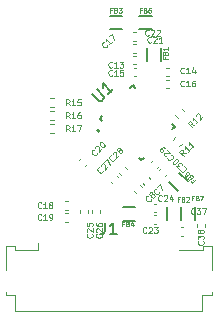
<source format=gbr>
%TF.GenerationSoftware,KiCad,Pcbnew,(6.0.5)*%
%TF.CreationDate,2023-11-29T10:11:24+07:00*%
%TF.ProjectId,lidar,6c696461-722e-46b6-9963-61645f706362,rev?*%
%TF.SameCoordinates,Original*%
%TF.FileFunction,Legend,Top*%
%TF.FilePolarity,Positive*%
%FSLAX46Y46*%
G04 Gerber Fmt 4.6, Leading zero omitted, Abs format (unit mm)*
G04 Created by KiCad (PCBNEW (6.0.5)) date 2023-11-29 10:11:24*
%MOMM*%
%LPD*%
G01*
G04 APERTURE LIST*
%ADD10C,0.125000*%
%ADD11C,0.098425*%
%ADD12C,0.150000*%
%ADD13C,0.120000*%
%ADD14C,0.127000*%
%ADD15C,0.200000*%
G04 APERTURE END LIST*
D10*
%TO.C,C21*%
X139178571Y-76178571D02*
X139154761Y-76202380D01*
X139083333Y-76226190D01*
X139035714Y-76226190D01*
X138964285Y-76202380D01*
X138916666Y-76154761D01*
X138892857Y-76107142D01*
X138869047Y-76011904D01*
X138869047Y-75940476D01*
X138892857Y-75845238D01*
X138916666Y-75797619D01*
X138964285Y-75750000D01*
X139035714Y-75726190D01*
X139083333Y-75726190D01*
X139154761Y-75750000D01*
X139178571Y-75773809D01*
X139369047Y-75773809D02*
X139392857Y-75750000D01*
X139440476Y-75726190D01*
X139559523Y-75726190D01*
X139607142Y-75750000D01*
X139630952Y-75773809D01*
X139654761Y-75821428D01*
X139654761Y-75869047D01*
X139630952Y-75940476D01*
X139345238Y-76226190D01*
X139654761Y-76226190D01*
X140130952Y-76226190D02*
X139845238Y-76226190D01*
X139988095Y-76226190D02*
X139988095Y-75726190D01*
X139940476Y-75797619D01*
X139892857Y-75845238D01*
X139845238Y-75869047D01*
%TO.C,C27*%
X135098983Y-87053553D02*
X135098983Y-87087225D01*
X135065311Y-87154568D01*
X135031640Y-87188240D01*
X134964296Y-87221912D01*
X134896953Y-87221912D01*
X134846445Y-87205076D01*
X134762266Y-87154568D01*
X134711758Y-87104061D01*
X134661250Y-87019881D01*
X134644415Y-86969374D01*
X134644415Y-86902030D01*
X134678086Y-86834687D01*
X134711758Y-86801015D01*
X134779102Y-86767343D01*
X134812773Y-86767343D01*
X134947460Y-86632656D02*
X134947460Y-86598984D01*
X134964296Y-86548477D01*
X135048476Y-86464297D01*
X135098983Y-86447461D01*
X135132655Y-86447461D01*
X135183163Y-86464297D01*
X135216834Y-86497969D01*
X135250506Y-86565312D01*
X135250506Y-86969374D01*
X135469373Y-86750507D01*
X135233670Y-86279103D02*
X135469373Y-86043400D01*
X135671403Y-86548477D01*
%TO.C,C19*%
X129878571Y-91178571D02*
X129854761Y-91202380D01*
X129783333Y-91226190D01*
X129735714Y-91226190D01*
X129664285Y-91202380D01*
X129616666Y-91154761D01*
X129592857Y-91107142D01*
X129569047Y-91011904D01*
X129569047Y-90940476D01*
X129592857Y-90845238D01*
X129616666Y-90797619D01*
X129664285Y-90750000D01*
X129735714Y-90726190D01*
X129783333Y-90726190D01*
X129854761Y-90750000D01*
X129878571Y-90773809D01*
X130354761Y-91226190D02*
X130069047Y-91226190D01*
X130211904Y-91226190D02*
X130211904Y-90726190D01*
X130164285Y-90797619D01*
X130116666Y-90845238D01*
X130069047Y-90869047D01*
X130592857Y-91226190D02*
X130688095Y-91226190D01*
X130735714Y-91202380D01*
X130759523Y-91178571D01*
X130807142Y-91107142D01*
X130830952Y-91011904D01*
X130830952Y-90821428D01*
X130807142Y-90773809D01*
X130783333Y-90750000D01*
X130735714Y-90726190D01*
X130640476Y-90726190D01*
X130592857Y-90750000D01*
X130569047Y-90773809D01*
X130545238Y-90821428D01*
X130545238Y-90940476D01*
X130569047Y-90988095D01*
X130592857Y-91011904D01*
X130640476Y-91035714D01*
X130735714Y-91035714D01*
X130783333Y-91011904D01*
X130807142Y-90988095D01*
X130830952Y-90940476D01*
%TO.C,C14*%
X141978571Y-78778571D02*
X141954761Y-78802380D01*
X141883333Y-78826190D01*
X141835714Y-78826190D01*
X141764285Y-78802380D01*
X141716666Y-78754761D01*
X141692857Y-78707142D01*
X141669047Y-78611904D01*
X141669047Y-78540476D01*
X141692857Y-78445238D01*
X141716666Y-78397619D01*
X141764285Y-78350000D01*
X141835714Y-78326190D01*
X141883333Y-78326190D01*
X141954761Y-78350000D01*
X141978571Y-78373809D01*
X142454761Y-78826190D02*
X142169047Y-78826190D01*
X142311904Y-78826190D02*
X142311904Y-78326190D01*
X142264285Y-78397619D01*
X142216666Y-78445238D01*
X142169047Y-78469047D01*
X142883333Y-78492857D02*
X142883333Y-78826190D01*
X142764285Y-78302380D02*
X142645238Y-78659523D01*
X142954761Y-78659523D01*
%TO.C,C25*%
X134178571Y-92421428D02*
X134202380Y-92445238D01*
X134226190Y-92516666D01*
X134226190Y-92564285D01*
X134202380Y-92635714D01*
X134154761Y-92683333D01*
X134107142Y-92707142D01*
X134011904Y-92730952D01*
X133940476Y-92730952D01*
X133845238Y-92707142D01*
X133797619Y-92683333D01*
X133750000Y-92635714D01*
X133726190Y-92564285D01*
X133726190Y-92516666D01*
X133750000Y-92445238D01*
X133773809Y-92421428D01*
X133773809Y-92230952D02*
X133750000Y-92207142D01*
X133726190Y-92159523D01*
X133726190Y-92040476D01*
X133750000Y-91992857D01*
X133773809Y-91969047D01*
X133821428Y-91945238D01*
X133869047Y-91945238D01*
X133940476Y-91969047D01*
X134226190Y-92254761D01*
X134226190Y-91945238D01*
X133726190Y-91492857D02*
X133726190Y-91730952D01*
X133964285Y-91754761D01*
X133940476Y-91730952D01*
X133916666Y-91683333D01*
X133916666Y-91564285D01*
X133940476Y-91516666D01*
X133964285Y-91492857D01*
X134011904Y-91469047D01*
X134130952Y-91469047D01*
X134178571Y-91492857D01*
X134202380Y-91516666D01*
X134226190Y-91564285D01*
X134226190Y-91683333D01*
X134202380Y-91730952D01*
X134178571Y-91754761D01*
%TO.C,C7*%
X139867343Y-88885194D02*
X139867343Y-88918866D01*
X139833671Y-88986209D01*
X139800000Y-89019881D01*
X139732656Y-89053553D01*
X139665312Y-89053553D01*
X139614805Y-89036717D01*
X139530625Y-88986209D01*
X139480118Y-88935702D01*
X139429610Y-88851522D01*
X139412774Y-88801015D01*
X139412774Y-88733671D01*
X139446446Y-88666328D01*
X139480118Y-88632656D01*
X139547461Y-88598984D01*
X139581133Y-88598984D01*
X139665312Y-88447461D02*
X139901015Y-88211759D01*
X140103045Y-88716835D01*
%TO.C,C23*%
X138778571Y-92278571D02*
X138754761Y-92302380D01*
X138683333Y-92326190D01*
X138635714Y-92326190D01*
X138564285Y-92302380D01*
X138516666Y-92254761D01*
X138492857Y-92207142D01*
X138469047Y-92111904D01*
X138469047Y-92040476D01*
X138492857Y-91945238D01*
X138516666Y-91897619D01*
X138564285Y-91850000D01*
X138635714Y-91826190D01*
X138683333Y-91826190D01*
X138754761Y-91850000D01*
X138778571Y-91873809D01*
X138969047Y-91873809D02*
X138992857Y-91850000D01*
X139040476Y-91826190D01*
X139159523Y-91826190D01*
X139207142Y-91850000D01*
X139230952Y-91873809D01*
X139254761Y-91921428D01*
X139254761Y-91969047D01*
X139230952Y-92040476D01*
X138945238Y-92326190D01*
X139254761Y-92326190D01*
X139421428Y-91826190D02*
X139730952Y-91826190D01*
X139564285Y-92016666D01*
X139635714Y-92016666D01*
X139683333Y-92040476D01*
X139707142Y-92064285D01*
X139730952Y-92111904D01*
X139730952Y-92230952D01*
X139707142Y-92278571D01*
X139683333Y-92302380D01*
X139635714Y-92326190D01*
X139492857Y-92326190D01*
X139445238Y-92302380D01*
X139421428Y-92278571D01*
%TO.C,C28*%
X136098983Y-86053553D02*
X136098983Y-86087225D01*
X136065311Y-86154568D01*
X136031640Y-86188240D01*
X135964296Y-86221912D01*
X135896953Y-86221912D01*
X135846445Y-86205076D01*
X135762266Y-86154568D01*
X135711758Y-86104061D01*
X135661250Y-86019881D01*
X135644415Y-85969374D01*
X135644415Y-85902030D01*
X135678086Y-85834687D01*
X135711758Y-85801015D01*
X135779102Y-85767343D01*
X135812773Y-85767343D01*
X135947460Y-85632656D02*
X135947460Y-85598984D01*
X135964296Y-85548477D01*
X136048476Y-85464297D01*
X136098983Y-85447461D01*
X136132655Y-85447461D01*
X136183163Y-85464297D01*
X136216834Y-85497969D01*
X136250506Y-85565312D01*
X136250506Y-85969374D01*
X136469373Y-85750507D01*
X136469373Y-85346446D02*
X136418865Y-85363282D01*
X136385193Y-85363282D01*
X136334686Y-85346446D01*
X136317850Y-85329610D01*
X136301014Y-85279103D01*
X136301014Y-85245431D01*
X136317850Y-85194923D01*
X136385193Y-85127580D01*
X136435701Y-85110744D01*
X136469373Y-85110744D01*
X136519880Y-85127580D01*
X136536716Y-85144416D01*
X136553552Y-85194923D01*
X136553552Y-85228595D01*
X136536716Y-85279103D01*
X136469373Y-85346446D01*
X136452537Y-85396954D01*
X136452537Y-85430625D01*
X136469373Y-85481133D01*
X136536716Y-85548477D01*
X136587224Y-85565312D01*
X136620895Y-85565312D01*
X136671403Y-85548477D01*
X136738747Y-85481133D01*
X136755582Y-85430625D01*
X136755582Y-85396954D01*
X136738747Y-85346446D01*
X136671403Y-85279103D01*
X136620895Y-85262267D01*
X136587224Y-85262267D01*
X136536716Y-85279103D01*
%TO.C,R12*%
X142832656Y-83187225D02*
X142546446Y-83136717D01*
X142630625Y-83389255D02*
X142277072Y-83035702D01*
X142411759Y-82901015D01*
X142462267Y-82884179D01*
X142495938Y-82884179D01*
X142546446Y-82901015D01*
X142596954Y-82951522D01*
X142613790Y-83002030D01*
X142613790Y-83035702D01*
X142596954Y-83086209D01*
X142462267Y-83220896D01*
X143169374Y-82850507D02*
X142967343Y-83052538D01*
X143068358Y-82951522D02*
X142714805Y-82597969D01*
X142731641Y-82682148D01*
X142731641Y-82749492D01*
X142714805Y-82800000D01*
X142984179Y-82395938D02*
X142984179Y-82362267D01*
X143001015Y-82311759D01*
X143085194Y-82227580D01*
X143135702Y-82210744D01*
X143169374Y-82210744D01*
X143219881Y-82227580D01*
X143253553Y-82261251D01*
X143287225Y-82328595D01*
X143287225Y-82732656D01*
X143506091Y-82513790D01*
%TO.C,C30*%
X141953553Y-86701014D02*
X141987225Y-86701014D01*
X142054568Y-86734686D01*
X142088240Y-86768357D01*
X142121912Y-86835701D01*
X142121912Y-86903044D01*
X142105076Y-86953552D01*
X142054568Y-87037731D01*
X142004061Y-87088239D01*
X141919881Y-87138747D01*
X141869374Y-87155582D01*
X141802030Y-87155582D01*
X141734687Y-87121911D01*
X141701015Y-87088239D01*
X141667343Y-87020895D01*
X141667343Y-86987224D01*
X141515820Y-86903044D02*
X141296954Y-86684178D01*
X141549492Y-86667342D01*
X141498984Y-86616834D01*
X141482148Y-86566327D01*
X141482148Y-86532655D01*
X141498984Y-86482147D01*
X141583164Y-86397968D01*
X141633671Y-86381132D01*
X141667343Y-86381132D01*
X141717851Y-86397968D01*
X141818866Y-86498983D01*
X141835702Y-86549491D01*
X141835702Y-86583163D01*
X141078087Y-86465311D02*
X141044416Y-86431640D01*
X141027580Y-86381132D01*
X141027580Y-86347460D01*
X141044416Y-86296953D01*
X141094923Y-86212773D01*
X141179103Y-86128594D01*
X141263282Y-86078086D01*
X141313790Y-86061250D01*
X141347461Y-86061250D01*
X141397969Y-86078086D01*
X141431641Y-86111758D01*
X141448477Y-86162266D01*
X141448477Y-86195937D01*
X141431641Y-86246445D01*
X141381133Y-86330624D01*
X141296954Y-86414804D01*
X141212774Y-86465311D01*
X141162267Y-86482147D01*
X141128595Y-86482147D01*
X141078087Y-86465311D01*
%TO.C,C17*%
X135464670Y-76456496D02*
X135464670Y-76490168D01*
X135430998Y-76557511D01*
X135397327Y-76591183D01*
X135329983Y-76624855D01*
X135262640Y-76624855D01*
X135212132Y-76608019D01*
X135127953Y-76557511D01*
X135077445Y-76507004D01*
X135026937Y-76422824D01*
X135010102Y-76372317D01*
X135010102Y-76304973D01*
X135043773Y-76237630D01*
X135077445Y-76203958D01*
X135144789Y-76170286D01*
X135178460Y-76170286D01*
X135835060Y-76153450D02*
X135633029Y-76355481D01*
X135734044Y-76254465D02*
X135380491Y-75900912D01*
X135397327Y-75985091D01*
X135397327Y-76052435D01*
X135380491Y-76102943D01*
X135599357Y-75682046D02*
X135835060Y-75446343D01*
X136037090Y-75951420D01*
%TO.C,R11*%
X142132655Y-85587225D02*
X141846445Y-85536717D01*
X141930624Y-85789255D02*
X141577071Y-85435702D01*
X141711758Y-85301015D01*
X141762266Y-85284179D01*
X141795937Y-85284179D01*
X141846445Y-85301015D01*
X141896953Y-85351522D01*
X141913789Y-85402030D01*
X141913789Y-85435702D01*
X141896953Y-85486209D01*
X141762266Y-85620896D01*
X142469373Y-85250507D02*
X142267342Y-85452538D01*
X142368357Y-85351522D02*
X142014804Y-84997969D01*
X142031640Y-85082148D01*
X142031640Y-85149492D01*
X142014804Y-85200000D01*
X142806090Y-84913790D02*
X142604060Y-85115820D01*
X142705075Y-85014805D02*
X142351521Y-84661251D01*
X142368357Y-84745431D01*
X142368357Y-84812774D01*
X142351521Y-84863282D01*
%TO.C,C8*%
X139167343Y-89485194D02*
X139167343Y-89518866D01*
X139133671Y-89586209D01*
X139100000Y-89619881D01*
X139032656Y-89653553D01*
X138965312Y-89653553D01*
X138914805Y-89636717D01*
X138830625Y-89586209D01*
X138780118Y-89535702D01*
X138729610Y-89451522D01*
X138712774Y-89401015D01*
X138712774Y-89333671D01*
X138746446Y-89266328D01*
X138780118Y-89232656D01*
X138847461Y-89198984D01*
X138881133Y-89198984D01*
X139201015Y-89114805D02*
X139150507Y-89131641D01*
X139116835Y-89131641D01*
X139066328Y-89114805D01*
X139049492Y-89097969D01*
X139032656Y-89047461D01*
X139032656Y-89013790D01*
X139049492Y-88963282D01*
X139116835Y-88895938D01*
X139167343Y-88879103D01*
X139201015Y-88879103D01*
X139251522Y-88895938D01*
X139268358Y-88912774D01*
X139285194Y-88963282D01*
X139285194Y-88996954D01*
X139268358Y-89047461D01*
X139201015Y-89114805D01*
X139184179Y-89165312D01*
X139184179Y-89198984D01*
X139201015Y-89249492D01*
X139268358Y-89316835D01*
X139318866Y-89333671D01*
X139352538Y-89333671D01*
X139403045Y-89316835D01*
X139470389Y-89249492D01*
X139487225Y-89198984D01*
X139487225Y-89165312D01*
X139470389Y-89114805D01*
X139403045Y-89047461D01*
X139352538Y-89030625D01*
X139318866Y-89030625D01*
X139268358Y-89047461D01*
%TO.C,C18*%
X129878571Y-90178571D02*
X129854761Y-90202380D01*
X129783333Y-90226190D01*
X129735714Y-90226190D01*
X129664285Y-90202380D01*
X129616666Y-90154761D01*
X129592857Y-90107142D01*
X129569047Y-90011904D01*
X129569047Y-89940476D01*
X129592857Y-89845238D01*
X129616666Y-89797619D01*
X129664285Y-89750000D01*
X129735714Y-89726190D01*
X129783333Y-89726190D01*
X129854761Y-89750000D01*
X129878571Y-89773809D01*
X130354761Y-90226190D02*
X130069047Y-90226190D01*
X130211904Y-90226190D02*
X130211904Y-89726190D01*
X130164285Y-89797619D01*
X130116666Y-89845238D01*
X130069047Y-89869047D01*
X130640476Y-89940476D02*
X130592857Y-89916666D01*
X130569047Y-89892857D01*
X130545238Y-89845238D01*
X130545238Y-89821428D01*
X130569047Y-89773809D01*
X130592857Y-89750000D01*
X130640476Y-89726190D01*
X130735714Y-89726190D01*
X130783333Y-89750000D01*
X130807142Y-89773809D01*
X130830952Y-89821428D01*
X130830952Y-89845238D01*
X130807142Y-89892857D01*
X130783333Y-89916666D01*
X130735714Y-89940476D01*
X130640476Y-89940476D01*
X130592857Y-89964285D01*
X130569047Y-89988095D01*
X130545238Y-90035714D01*
X130545238Y-90130952D01*
X130569047Y-90178571D01*
X130592857Y-90202380D01*
X130640476Y-90226190D01*
X130735714Y-90226190D01*
X130783333Y-90202380D01*
X130807142Y-90178571D01*
X130830952Y-90130952D01*
X130830952Y-90035714D01*
X130807142Y-89988095D01*
X130783333Y-89964285D01*
X130735714Y-89940476D01*
%TO.C,C15*%
X135878571Y-78978571D02*
X135854761Y-79002380D01*
X135783333Y-79026190D01*
X135735714Y-79026190D01*
X135664285Y-79002380D01*
X135616666Y-78954761D01*
X135592857Y-78907142D01*
X135569047Y-78811904D01*
X135569047Y-78740476D01*
X135592857Y-78645238D01*
X135616666Y-78597619D01*
X135664285Y-78550000D01*
X135735714Y-78526190D01*
X135783333Y-78526190D01*
X135854761Y-78550000D01*
X135878571Y-78573809D01*
X136354761Y-79026190D02*
X136069047Y-79026190D01*
X136211904Y-79026190D02*
X136211904Y-78526190D01*
X136164285Y-78597619D01*
X136116666Y-78645238D01*
X136069047Y-78669047D01*
X136807142Y-78526190D02*
X136569047Y-78526190D01*
X136545238Y-78764285D01*
X136569047Y-78740476D01*
X136616666Y-78716666D01*
X136735714Y-78716666D01*
X136783333Y-78740476D01*
X136807142Y-78764285D01*
X136830952Y-78811904D01*
X136830952Y-78930952D01*
X136807142Y-78978571D01*
X136783333Y-79002380D01*
X136735714Y-79026190D01*
X136616666Y-79026190D01*
X136569047Y-79002380D01*
X136545238Y-78978571D01*
D11*
%TO.C,FB7*%
X142771915Y-89371878D02*
X142640682Y-89371878D01*
X142640682Y-89578102D02*
X142640682Y-89184401D01*
X142828158Y-89184401D01*
X143109373Y-89371878D02*
X143165616Y-89390626D01*
X143184364Y-89409373D01*
X143203112Y-89446869D01*
X143203112Y-89503112D01*
X143184364Y-89540607D01*
X143165616Y-89559355D01*
X143128121Y-89578102D01*
X142978140Y-89578102D01*
X142978140Y-89184401D01*
X143109373Y-89184401D01*
X143146869Y-89203149D01*
X143165616Y-89221897D01*
X143184364Y-89259392D01*
X143184364Y-89296887D01*
X143165616Y-89334383D01*
X143146869Y-89353130D01*
X143109373Y-89371878D01*
X142978140Y-89371878D01*
X143334345Y-89184401D02*
X143596813Y-89184401D01*
X143428084Y-89578102D01*
%TO.C,FB5*%
X142712105Y-87851875D02*
X142804901Y-87944671D01*
X142950724Y-87798849D02*
X142672335Y-88077237D01*
X142539769Y-87944671D01*
X142473486Y-87613256D02*
X142446973Y-87560230D01*
X142446973Y-87533716D01*
X142460230Y-87493947D01*
X142500000Y-87454177D01*
X142539769Y-87440920D01*
X142566283Y-87440920D01*
X142606052Y-87454177D01*
X142712105Y-87560230D01*
X142433716Y-87838618D01*
X142340920Y-87745822D01*
X142327664Y-87706052D01*
X142327664Y-87679539D01*
X142340920Y-87639769D01*
X142367433Y-87613256D01*
X142407203Y-87599999D01*
X142433716Y-87599999D01*
X142473486Y-87613256D01*
X142566283Y-87706052D01*
X142022762Y-87427664D02*
X142155328Y-87560230D01*
X142301150Y-87440920D01*
X142274637Y-87440920D01*
X142234867Y-87427664D01*
X142168584Y-87361381D01*
X142155328Y-87321611D01*
X142155328Y-87295098D01*
X142168584Y-87255328D01*
X142234867Y-87189045D01*
X142274637Y-87175788D01*
X142301150Y-87175788D01*
X142340920Y-87189045D01*
X142407203Y-87255328D01*
X142420460Y-87295098D01*
X142420460Y-87321611D01*
D10*
%TO.C,R17*%
X132278571Y-83726190D02*
X132111904Y-83488095D01*
X131992857Y-83726190D02*
X131992857Y-83226190D01*
X132183333Y-83226190D01*
X132230952Y-83250000D01*
X132254761Y-83273809D01*
X132278571Y-83321428D01*
X132278571Y-83392857D01*
X132254761Y-83440476D01*
X132230952Y-83464285D01*
X132183333Y-83488095D01*
X131992857Y-83488095D01*
X132754761Y-83726190D02*
X132469047Y-83726190D01*
X132611904Y-83726190D02*
X132611904Y-83226190D01*
X132564285Y-83297619D01*
X132516666Y-83345238D01*
X132469047Y-83369047D01*
X132921428Y-83226190D02*
X133254761Y-83226190D01*
X133040476Y-83726190D01*
D11*
%TO.C,FB4*%
X136871915Y-91551878D02*
X136740682Y-91551878D01*
X136740682Y-91758102D02*
X136740682Y-91364401D01*
X136928158Y-91364401D01*
X137209373Y-91551878D02*
X137265616Y-91570626D01*
X137284364Y-91589373D01*
X137303112Y-91626869D01*
X137303112Y-91683112D01*
X137284364Y-91720607D01*
X137265616Y-91739355D01*
X137228121Y-91758102D01*
X137078140Y-91758102D01*
X137078140Y-91364401D01*
X137209373Y-91364401D01*
X137246869Y-91383149D01*
X137265616Y-91401897D01*
X137284364Y-91439392D01*
X137284364Y-91476887D01*
X137265616Y-91514383D01*
X137246869Y-91533130D01*
X137209373Y-91551878D01*
X137078140Y-91551878D01*
X137640570Y-91495635D02*
X137640570Y-91758102D01*
X137546831Y-91345654D02*
X137453093Y-91626869D01*
X137696813Y-91626869D01*
D10*
%TO.C,C20*%
X134598984Y-85553553D02*
X134598984Y-85587225D01*
X134565312Y-85654568D01*
X134531641Y-85688240D01*
X134464297Y-85721912D01*
X134396954Y-85721912D01*
X134346446Y-85705076D01*
X134262267Y-85654568D01*
X134211759Y-85604061D01*
X134161251Y-85519881D01*
X134144416Y-85469374D01*
X134144416Y-85402030D01*
X134178087Y-85334687D01*
X134211759Y-85301015D01*
X134279103Y-85267343D01*
X134312774Y-85267343D01*
X134447461Y-85132656D02*
X134447461Y-85098984D01*
X134464297Y-85048477D01*
X134548477Y-84964297D01*
X134598984Y-84947461D01*
X134632656Y-84947461D01*
X134683164Y-84964297D01*
X134716835Y-84997969D01*
X134750507Y-85065312D01*
X134750507Y-85469374D01*
X134969374Y-85250507D01*
X134834687Y-84678087D02*
X134868358Y-84644416D01*
X134918866Y-84627580D01*
X134952538Y-84627580D01*
X135003045Y-84644416D01*
X135087225Y-84694923D01*
X135171404Y-84779103D01*
X135221912Y-84863282D01*
X135238748Y-84913790D01*
X135238748Y-84947461D01*
X135221912Y-84997969D01*
X135188240Y-85031641D01*
X135137732Y-85048477D01*
X135104061Y-85048477D01*
X135053553Y-85031641D01*
X134969374Y-84981133D01*
X134885194Y-84896954D01*
X134834687Y-84812774D01*
X134817851Y-84762267D01*
X134817851Y-84728595D01*
X134834687Y-84678087D01*
D12*
%TO.C,U1*%
X134160746Y-80570582D02*
X134733166Y-81143002D01*
X134834181Y-81176674D01*
X134901525Y-81176674D01*
X135002540Y-81143002D01*
X135137227Y-81008315D01*
X135170899Y-80907300D01*
X135170899Y-80839956D01*
X135137227Y-80738941D01*
X134564807Y-80166521D01*
X135979021Y-80166521D02*
X135574960Y-80570582D01*
X135776990Y-80368552D02*
X135069884Y-79661445D01*
X135103555Y-79829804D01*
X135103555Y-79964491D01*
X135069884Y-80065506D01*
D10*
%TO.C,C26*%
X134978571Y-92421428D02*
X135002380Y-92445238D01*
X135026190Y-92516666D01*
X135026190Y-92564285D01*
X135002380Y-92635714D01*
X134954761Y-92683333D01*
X134907142Y-92707142D01*
X134811904Y-92730952D01*
X134740476Y-92730952D01*
X134645238Y-92707142D01*
X134597619Y-92683333D01*
X134550000Y-92635714D01*
X134526190Y-92564285D01*
X134526190Y-92516666D01*
X134550000Y-92445238D01*
X134573809Y-92421428D01*
X134573809Y-92230952D02*
X134550000Y-92207142D01*
X134526190Y-92159523D01*
X134526190Y-92040476D01*
X134550000Y-91992857D01*
X134573809Y-91969047D01*
X134621428Y-91945238D01*
X134669047Y-91945238D01*
X134740476Y-91969047D01*
X135026190Y-92254761D01*
X135026190Y-91945238D01*
X134526190Y-91516666D02*
X134526190Y-91611904D01*
X134550000Y-91659523D01*
X134573809Y-91683333D01*
X134645238Y-91730952D01*
X134740476Y-91754761D01*
X134930952Y-91754761D01*
X134978571Y-91730952D01*
X135002380Y-91707142D01*
X135026190Y-91659523D01*
X135026190Y-91564285D01*
X135002380Y-91516666D01*
X134978571Y-91492857D01*
X134930952Y-91469047D01*
X134811904Y-91469047D01*
X134764285Y-91492857D01*
X134740476Y-91516666D01*
X134716666Y-91564285D01*
X134716666Y-91659523D01*
X134740476Y-91707142D01*
X134764285Y-91730952D01*
X134811904Y-91754761D01*
%TO.C,C13*%
X135878571Y-78278571D02*
X135854761Y-78302380D01*
X135783333Y-78326190D01*
X135735714Y-78326190D01*
X135664285Y-78302380D01*
X135616666Y-78254761D01*
X135592857Y-78207142D01*
X135569047Y-78111904D01*
X135569047Y-78040476D01*
X135592857Y-77945238D01*
X135616666Y-77897619D01*
X135664285Y-77850000D01*
X135735714Y-77826190D01*
X135783333Y-77826190D01*
X135854761Y-77850000D01*
X135878571Y-77873809D01*
X136354761Y-78326190D02*
X136069047Y-78326190D01*
X136211904Y-78326190D02*
X136211904Y-77826190D01*
X136164285Y-77897619D01*
X136116666Y-77945238D01*
X136069047Y-77969047D01*
X136521428Y-77826190D02*
X136830952Y-77826190D01*
X136664285Y-78016666D01*
X136735714Y-78016666D01*
X136783333Y-78040476D01*
X136807142Y-78064285D01*
X136830952Y-78111904D01*
X136830952Y-78230952D01*
X136807142Y-78278571D01*
X136783333Y-78302380D01*
X136735714Y-78326190D01*
X136592857Y-78326190D01*
X136545238Y-78302380D01*
X136521428Y-78278571D01*
D11*
%TO.C,FB2*%
X141571915Y-89471878D02*
X141440682Y-89471878D01*
X141440682Y-89678102D02*
X141440682Y-89284401D01*
X141628158Y-89284401D01*
X141909373Y-89471878D02*
X141965616Y-89490626D01*
X141984364Y-89509373D01*
X142003112Y-89546869D01*
X142003112Y-89603112D01*
X141984364Y-89640607D01*
X141965616Y-89659355D01*
X141928121Y-89678102D01*
X141778140Y-89678102D01*
X141778140Y-89284401D01*
X141909373Y-89284401D01*
X141946869Y-89303149D01*
X141965616Y-89321897D01*
X141984364Y-89359392D01*
X141984364Y-89396887D01*
X141965616Y-89434383D01*
X141946869Y-89453130D01*
X141909373Y-89471878D01*
X141778140Y-89471878D01*
X142153093Y-89321897D02*
X142171841Y-89303149D01*
X142209336Y-89284401D01*
X142303074Y-89284401D01*
X142340570Y-89303149D01*
X142359317Y-89321897D01*
X142378065Y-89359392D01*
X142378065Y-89396887D01*
X142359317Y-89453130D01*
X142134345Y-89678102D01*
X142378065Y-89678102D01*
%TO.C,FB3*%
X135871915Y-73471878D02*
X135740682Y-73471878D01*
X135740682Y-73678102D02*
X135740682Y-73284401D01*
X135928158Y-73284401D01*
X136209373Y-73471878D02*
X136265616Y-73490626D01*
X136284364Y-73509373D01*
X136303112Y-73546869D01*
X136303112Y-73603112D01*
X136284364Y-73640607D01*
X136265616Y-73659355D01*
X136228121Y-73678102D01*
X136078140Y-73678102D01*
X136078140Y-73284401D01*
X136209373Y-73284401D01*
X136246869Y-73303149D01*
X136265616Y-73321897D01*
X136284364Y-73359392D01*
X136284364Y-73396887D01*
X136265616Y-73434383D01*
X136246869Y-73453130D01*
X136209373Y-73471878D01*
X136078140Y-73471878D01*
X136434345Y-73284401D02*
X136678065Y-73284401D01*
X136546831Y-73434383D01*
X136603074Y-73434383D01*
X136640570Y-73453130D01*
X136659317Y-73471878D01*
X136678065Y-73509373D01*
X136678065Y-73603112D01*
X136659317Y-73640607D01*
X136640570Y-73659355D01*
X136603074Y-73678102D01*
X136490588Y-73678102D01*
X136453093Y-73659355D01*
X136434345Y-73640607D01*
%TO.C,FB6*%
X138371915Y-73471878D02*
X138240682Y-73471878D01*
X138240682Y-73678102D02*
X138240682Y-73284401D01*
X138428158Y-73284401D01*
X138709373Y-73471878D02*
X138765616Y-73490626D01*
X138784364Y-73509373D01*
X138803112Y-73546869D01*
X138803112Y-73603112D01*
X138784364Y-73640607D01*
X138765616Y-73659355D01*
X138728121Y-73678102D01*
X138578140Y-73678102D01*
X138578140Y-73284401D01*
X138709373Y-73284401D01*
X138746869Y-73303149D01*
X138765616Y-73321897D01*
X138784364Y-73359392D01*
X138784364Y-73396887D01*
X138765616Y-73434383D01*
X138746869Y-73453130D01*
X138709373Y-73471878D01*
X138578140Y-73471878D01*
X139140570Y-73284401D02*
X139065579Y-73284401D01*
X139028084Y-73303149D01*
X139009336Y-73321897D01*
X138971841Y-73378140D01*
X138953093Y-73453130D01*
X138953093Y-73603112D01*
X138971841Y-73640607D01*
X138990588Y-73659355D01*
X139028084Y-73678102D01*
X139103074Y-73678102D01*
X139140570Y-73659355D01*
X139159317Y-73640607D01*
X139178065Y-73603112D01*
X139178065Y-73509373D01*
X139159317Y-73471878D01*
X139140570Y-73453130D01*
X139103074Y-73434383D01*
X139028084Y-73434383D01*
X138990588Y-73453130D01*
X138971841Y-73471878D01*
X138953093Y-73509373D01*
%TO.C,FB1*%
X140371878Y-77428084D02*
X140371878Y-77559317D01*
X140578102Y-77559317D02*
X140184401Y-77559317D01*
X140184401Y-77371841D01*
X140371878Y-77090626D02*
X140390626Y-77034383D01*
X140409373Y-77015635D01*
X140446869Y-76996887D01*
X140503112Y-76996887D01*
X140540607Y-77015635D01*
X140559355Y-77034383D01*
X140578102Y-77071878D01*
X140578102Y-77221859D01*
X140184401Y-77221859D01*
X140184401Y-77090626D01*
X140203149Y-77053130D01*
X140221897Y-77034383D01*
X140259392Y-77015635D01*
X140296887Y-77015635D01*
X140334383Y-77034383D01*
X140353130Y-77053130D01*
X140371878Y-77090626D01*
X140371878Y-77221859D01*
X140578102Y-76621934D02*
X140578102Y-76846906D01*
X140578102Y-76734420D02*
X140184401Y-76734420D01*
X140240644Y-76771915D01*
X140278140Y-76809411D01*
X140296887Y-76846906D01*
D10*
%TO.C,C37*%
X142878571Y-90678571D02*
X142854761Y-90702380D01*
X142783333Y-90726190D01*
X142735714Y-90726190D01*
X142664285Y-90702380D01*
X142616666Y-90654761D01*
X142592857Y-90607142D01*
X142569047Y-90511904D01*
X142569047Y-90440476D01*
X142592857Y-90345238D01*
X142616666Y-90297619D01*
X142664285Y-90250000D01*
X142735714Y-90226190D01*
X142783333Y-90226190D01*
X142854761Y-90250000D01*
X142878571Y-90273809D01*
X143045238Y-90226190D02*
X143354761Y-90226190D01*
X143188095Y-90416666D01*
X143259523Y-90416666D01*
X143307142Y-90440476D01*
X143330952Y-90464285D01*
X143354761Y-90511904D01*
X143354761Y-90630952D01*
X143330952Y-90678571D01*
X143307142Y-90702380D01*
X143259523Y-90726190D01*
X143116666Y-90726190D01*
X143069047Y-90702380D01*
X143045238Y-90678571D01*
X143521428Y-90226190D02*
X143854761Y-90226190D01*
X143640476Y-90726190D01*
%TO.C,R15*%
X132278571Y-81526190D02*
X132111904Y-81288095D01*
X131992857Y-81526190D02*
X131992857Y-81026190D01*
X132183333Y-81026190D01*
X132230952Y-81050000D01*
X132254761Y-81073809D01*
X132278571Y-81121428D01*
X132278571Y-81192857D01*
X132254761Y-81240476D01*
X132230952Y-81264285D01*
X132183333Y-81288095D01*
X131992857Y-81288095D01*
X132754761Y-81526190D02*
X132469047Y-81526190D01*
X132611904Y-81526190D02*
X132611904Y-81026190D01*
X132564285Y-81097619D01*
X132516666Y-81145238D01*
X132469047Y-81169047D01*
X133207142Y-81026190D02*
X132969047Y-81026190D01*
X132945238Y-81264285D01*
X132969047Y-81240476D01*
X133016666Y-81216666D01*
X133135714Y-81216666D01*
X133183333Y-81240476D01*
X133207142Y-81264285D01*
X133230952Y-81311904D01*
X133230952Y-81430952D01*
X133207142Y-81478571D01*
X133183333Y-81502380D01*
X133135714Y-81526190D01*
X133016666Y-81526190D01*
X132969047Y-81502380D01*
X132945238Y-81478571D01*
%TO.C,C22*%
X138978571Y-75578571D02*
X138954761Y-75602380D01*
X138883333Y-75626190D01*
X138835714Y-75626190D01*
X138764285Y-75602380D01*
X138716666Y-75554761D01*
X138692857Y-75507142D01*
X138669047Y-75411904D01*
X138669047Y-75340476D01*
X138692857Y-75245238D01*
X138716666Y-75197619D01*
X138764285Y-75150000D01*
X138835714Y-75126190D01*
X138883333Y-75126190D01*
X138954761Y-75150000D01*
X138978571Y-75173809D01*
X139169047Y-75173809D02*
X139192857Y-75150000D01*
X139240476Y-75126190D01*
X139359523Y-75126190D01*
X139407142Y-75150000D01*
X139430952Y-75173809D01*
X139454761Y-75221428D01*
X139454761Y-75269047D01*
X139430952Y-75340476D01*
X139145238Y-75626190D01*
X139454761Y-75626190D01*
X139645238Y-75173809D02*
X139669047Y-75150000D01*
X139716666Y-75126190D01*
X139835714Y-75126190D01*
X139883333Y-75150000D01*
X139907142Y-75173809D01*
X139930952Y-75221428D01*
X139930952Y-75269047D01*
X139907142Y-75340476D01*
X139621428Y-75626190D01*
X139930952Y-75626190D01*
%TO.C,C29*%
X140853553Y-85701015D02*
X140887225Y-85701015D01*
X140954568Y-85734687D01*
X140988240Y-85768358D01*
X141021912Y-85835702D01*
X141021912Y-85903045D01*
X141005076Y-85953553D01*
X140954568Y-86037732D01*
X140904061Y-86088240D01*
X140819881Y-86138748D01*
X140769374Y-86155583D01*
X140702030Y-86155583D01*
X140634687Y-86121912D01*
X140601015Y-86088240D01*
X140567343Y-86020896D01*
X140567343Y-85987225D01*
X140432656Y-85852538D02*
X140398984Y-85852538D01*
X140348477Y-85835702D01*
X140264297Y-85751522D01*
X140247461Y-85701015D01*
X140247461Y-85667343D01*
X140264297Y-85616835D01*
X140297969Y-85583164D01*
X140365312Y-85549492D01*
X140769374Y-85549492D01*
X140550507Y-85330625D01*
X140382148Y-85162267D02*
X140314805Y-85094923D01*
X140264297Y-85078087D01*
X140230625Y-85078087D01*
X140146446Y-85094923D01*
X140062267Y-85145431D01*
X139927580Y-85280118D01*
X139910744Y-85330625D01*
X139910744Y-85364297D01*
X139927580Y-85414805D01*
X139994923Y-85482148D01*
X140045431Y-85498984D01*
X140079103Y-85498984D01*
X140129610Y-85482148D01*
X140213790Y-85397969D01*
X140230625Y-85347461D01*
X140230625Y-85313790D01*
X140213790Y-85263282D01*
X140146446Y-85195938D01*
X140095938Y-85179103D01*
X140062267Y-85179103D01*
X140011759Y-85195938D01*
%TO.C,R16*%
X132278571Y-82626190D02*
X132111904Y-82388095D01*
X131992857Y-82626190D02*
X131992857Y-82126190D01*
X132183333Y-82126190D01*
X132230952Y-82150000D01*
X132254761Y-82173809D01*
X132278571Y-82221428D01*
X132278571Y-82292857D01*
X132254761Y-82340476D01*
X132230952Y-82364285D01*
X132183333Y-82388095D01*
X131992857Y-82388095D01*
X132754761Y-82626190D02*
X132469047Y-82626190D01*
X132611904Y-82626190D02*
X132611904Y-82126190D01*
X132564285Y-82197619D01*
X132516666Y-82245238D01*
X132469047Y-82269047D01*
X133183333Y-82126190D02*
X133088095Y-82126190D01*
X133040476Y-82150000D01*
X133016666Y-82173809D01*
X132969047Y-82245238D01*
X132945238Y-82340476D01*
X132945238Y-82530952D01*
X132969047Y-82578571D01*
X132992857Y-82602380D01*
X133040476Y-82626190D01*
X133135714Y-82626190D01*
X133183333Y-82602380D01*
X133207142Y-82578571D01*
X133230952Y-82530952D01*
X133230952Y-82411904D01*
X133207142Y-82364285D01*
X133183333Y-82340476D01*
X133135714Y-82316666D01*
X133040476Y-82316666D01*
X132992857Y-82340476D01*
X132969047Y-82364285D01*
X132945238Y-82411904D01*
D12*
%TO.C,J1*%
X135266666Y-91452380D02*
X135266666Y-92166666D01*
X135219047Y-92309523D01*
X135123809Y-92404761D01*
X134980952Y-92452380D01*
X134885714Y-92452380D01*
X136266666Y-92452380D02*
X135695238Y-92452380D01*
X135980952Y-92452380D02*
X135980952Y-91452380D01*
X135885714Y-91595238D01*
X135790476Y-91690476D01*
X135695238Y-91738095D01*
D10*
%TO.C,C24*%
X140078571Y-89578571D02*
X140054761Y-89602380D01*
X139983333Y-89626190D01*
X139935714Y-89626190D01*
X139864285Y-89602380D01*
X139816666Y-89554761D01*
X139792857Y-89507142D01*
X139769047Y-89411904D01*
X139769047Y-89340476D01*
X139792857Y-89245238D01*
X139816666Y-89197619D01*
X139864285Y-89150000D01*
X139935714Y-89126190D01*
X139983333Y-89126190D01*
X140054761Y-89150000D01*
X140078571Y-89173809D01*
X140269047Y-89173809D02*
X140292857Y-89150000D01*
X140340476Y-89126190D01*
X140459523Y-89126190D01*
X140507142Y-89150000D01*
X140530952Y-89173809D01*
X140554761Y-89221428D01*
X140554761Y-89269047D01*
X140530952Y-89340476D01*
X140245238Y-89626190D01*
X140554761Y-89626190D01*
X140983333Y-89292857D02*
X140983333Y-89626190D01*
X140864285Y-89102380D02*
X140745238Y-89459523D01*
X141054761Y-89459523D01*
%TO.C,C16*%
X141978571Y-79878571D02*
X141954761Y-79902380D01*
X141883333Y-79926190D01*
X141835714Y-79926190D01*
X141764285Y-79902380D01*
X141716666Y-79854761D01*
X141692857Y-79807142D01*
X141669047Y-79711904D01*
X141669047Y-79640476D01*
X141692857Y-79545238D01*
X141716666Y-79497619D01*
X141764285Y-79450000D01*
X141835714Y-79426190D01*
X141883333Y-79426190D01*
X141954761Y-79450000D01*
X141978571Y-79473809D01*
X142454761Y-79926190D02*
X142169047Y-79926190D01*
X142311904Y-79926190D02*
X142311904Y-79426190D01*
X142264285Y-79497619D01*
X142216666Y-79545238D01*
X142169047Y-79569047D01*
X142883333Y-79426190D02*
X142788095Y-79426190D01*
X142740476Y-79450000D01*
X142716666Y-79473809D01*
X142669047Y-79545238D01*
X142645238Y-79640476D01*
X142645238Y-79830952D01*
X142669047Y-79878571D01*
X142692857Y-79902380D01*
X142740476Y-79926190D01*
X142835714Y-79926190D01*
X142883333Y-79902380D01*
X142907142Y-79878571D01*
X142930952Y-79830952D01*
X142930952Y-79711904D01*
X142907142Y-79664285D01*
X142883333Y-79640476D01*
X142835714Y-79616666D01*
X142740476Y-79616666D01*
X142692857Y-79640476D01*
X142669047Y-79664285D01*
X142645238Y-79711904D01*
%TO.C,C38*%
X143578571Y-93021428D02*
X143602380Y-93045238D01*
X143626190Y-93116666D01*
X143626190Y-93164285D01*
X143602380Y-93235714D01*
X143554761Y-93283333D01*
X143507142Y-93307142D01*
X143411904Y-93330952D01*
X143340476Y-93330952D01*
X143245238Y-93307142D01*
X143197619Y-93283333D01*
X143150000Y-93235714D01*
X143126190Y-93164285D01*
X143126190Y-93116666D01*
X143150000Y-93045238D01*
X143173809Y-93021428D01*
X143126190Y-92854761D02*
X143126190Y-92545238D01*
X143316666Y-92711904D01*
X143316666Y-92640476D01*
X143340476Y-92592857D01*
X143364285Y-92569047D01*
X143411904Y-92545238D01*
X143530952Y-92545238D01*
X143578571Y-92569047D01*
X143602380Y-92592857D01*
X143626190Y-92640476D01*
X143626190Y-92783333D01*
X143602380Y-92830952D01*
X143578571Y-92854761D01*
X143340476Y-92259523D02*
X143316666Y-92307142D01*
X143292857Y-92330952D01*
X143245238Y-92354761D01*
X143221428Y-92354761D01*
X143173809Y-92330952D01*
X143150000Y-92307142D01*
X143126190Y-92259523D01*
X143126190Y-92164285D01*
X143150000Y-92116666D01*
X143173809Y-92092857D01*
X143221428Y-92069047D01*
X143245238Y-92069047D01*
X143292857Y-92092857D01*
X143316666Y-92116666D01*
X143340476Y-92164285D01*
X143340476Y-92259523D01*
X143364285Y-92307142D01*
X143388095Y-92330952D01*
X143435714Y-92354761D01*
X143530952Y-92354761D01*
X143578571Y-92330952D01*
X143602380Y-92307142D01*
X143626190Y-92259523D01*
X143626190Y-92164285D01*
X143602380Y-92116666D01*
X143578571Y-92092857D01*
X143530952Y-92069047D01*
X143435714Y-92069047D01*
X143388095Y-92092857D01*
X143364285Y-92116666D01*
X143340476Y-92164285D01*
D13*
%TO.C,C21*%
X137907836Y-76340000D02*
X137692164Y-76340000D01*
X137907836Y-77060000D02*
X137692164Y-77060000D01*
%TO.C,C27*%
X135914593Y-88137910D02*
X135762090Y-87985407D01*
X136423710Y-87628793D02*
X136271207Y-87476290D01*
%TO.C,C19*%
X132107836Y-90640000D02*
X131892164Y-90640000D01*
X132107836Y-91360000D02*
X131892164Y-91360000D01*
%TO.C,C14*%
X140472164Y-79060000D02*
X140687836Y-79060000D01*
X140472164Y-78340000D02*
X140687836Y-78340000D01*
%TO.C,C25*%
X133860000Y-90392164D02*
X133860000Y-90607836D01*
X133140000Y-90392164D02*
X133140000Y-90607836D01*
%TO.C,C7*%
X138978307Y-87569190D02*
X139130810Y-87721693D01*
X138469190Y-88078307D02*
X138621693Y-88230810D01*
%TO.C,C23*%
X139607836Y-91560000D02*
X139392164Y-91560000D01*
X139607836Y-90840000D02*
X139392164Y-90840000D01*
%TO.C,C28*%
X136469190Y-87278307D02*
X136621693Y-87430810D01*
X136978307Y-86769190D02*
X137130810Y-86921693D01*
%TO.C,R12*%
X141977341Y-82039940D02*
X141760060Y-81822659D01*
X141439940Y-82577341D02*
X141222659Y-82360060D01*
%TO.C,C30*%
X139869190Y-87021693D02*
X140021693Y-86869190D01*
X140378307Y-87530810D02*
X140530810Y-87378307D01*
%TO.C,R11*%
X141560060Y-84977341D02*
X141777341Y-84760060D01*
X141022659Y-84439940D02*
X141239940Y-84222659D01*
%TO.C,C8*%
X138388310Y-88435893D02*
X138235807Y-88283390D01*
X137879193Y-88945010D02*
X137726690Y-88792507D01*
%TO.C,C18*%
X131892164Y-90360000D02*
X132107836Y-90360000D01*
X131892164Y-89640000D02*
X132107836Y-89640000D01*
%TO.C,C15*%
X137927836Y-78340000D02*
X137712164Y-78340000D01*
X137927836Y-79060000D02*
X137712164Y-79060000D01*
D14*
%TO.C,FB7*%
X142880000Y-91230000D02*
X142880000Y-90170000D01*
X141720000Y-91230000D02*
X141720000Y-90170000D01*
%TO.C,FB5*%
X140715111Y-88035355D02*
X141464645Y-88784889D01*
X141535355Y-87215111D02*
X142284889Y-87964645D01*
D13*
%TO.C,R17*%
X130621359Y-83880000D02*
X130928641Y-83880000D01*
X130621359Y-83120000D02*
X130928641Y-83120000D01*
D14*
%TO.C,FB4*%
X136770000Y-91280000D02*
X137830000Y-91280000D01*
X136770000Y-90120000D02*
X137830000Y-90120000D01*
D13*
%TO.C,C20*%
X133730810Y-86478307D02*
X133578307Y-86630810D01*
X133221693Y-85969190D02*
X133069190Y-86121693D01*
D14*
%TO.C,U1*%
X141181981Y-83353553D02*
X140969848Y-83141421D01*
X134818019Y-82646447D02*
X135030152Y-82434315D01*
X138353553Y-86181981D02*
X138565685Y-85969848D01*
X141181981Y-83353553D02*
X140969848Y-83565685D01*
X137646447Y-79818019D02*
X137434315Y-80030152D01*
X134818019Y-82646447D02*
X135030152Y-82858579D01*
X138353553Y-86181981D02*
X138141421Y-85969848D01*
X137646447Y-79818019D02*
X137858579Y-80030152D01*
D15*
X134815489Y-83668216D02*
G75*
G03*
X134815489Y-83668216I-100000J0D01*
G01*
D13*
%TO.C,C26*%
X134860000Y-90607836D02*
X134860000Y-90392164D01*
X134140000Y-90607836D02*
X134140000Y-90392164D01*
%TO.C,C13*%
X137692164Y-78060000D02*
X137907836Y-78060000D01*
X137692164Y-77340000D02*
X137907836Y-77340000D01*
D14*
%TO.C,FB2*%
X141680000Y-91230000D02*
X141680000Y-90170000D01*
X140520000Y-91230000D02*
X140520000Y-90170000D01*
%TO.C,FB3*%
X135670000Y-75080000D02*
X136730000Y-75080000D01*
X135670000Y-73920000D02*
X136730000Y-73920000D01*
%TO.C,FB6*%
X139230000Y-73920000D02*
X138170000Y-73920000D01*
X139230000Y-75080000D02*
X138170000Y-75080000D01*
%TO.C,FB1*%
X139980000Y-77730000D02*
X139980000Y-76670000D01*
X138820000Y-77730000D02*
X138820000Y-76670000D01*
D13*
%TO.C,C37*%
X143760000Y-91807836D02*
X143760000Y-91592164D01*
X143040000Y-91807836D02*
X143040000Y-91592164D01*
%TO.C,R15*%
X130646359Y-80920000D02*
X130953641Y-80920000D01*
X130646359Y-81680000D02*
X130953641Y-81680000D01*
%TO.C,C22*%
X137692164Y-75340000D02*
X137907836Y-75340000D01*
X137692164Y-76060000D02*
X137907836Y-76060000D01*
%TO.C,C29*%
X139830810Y-86678307D02*
X139678307Y-86830810D01*
X139321693Y-86169190D02*
X139169190Y-86321693D01*
%TO.C,R16*%
X130621359Y-82780000D02*
X130928641Y-82780000D01*
X130621359Y-82020000D02*
X130928641Y-82020000D01*
%TO.C,J1*%
X144310000Y-93440000D02*
X143540000Y-93440000D01*
X129640000Y-93790000D02*
X127660000Y-93790000D01*
X126890000Y-93440000D02*
X126890000Y-95490000D01*
X143540000Y-93790000D02*
X141560000Y-93790000D01*
X127660000Y-93440000D02*
X126890000Y-93440000D01*
X126890000Y-97310000D02*
X126890000Y-97610000D01*
X126890000Y-97610000D02*
X127690000Y-97610000D01*
X144310000Y-95490000D02*
X144310000Y-93440000D01*
X143540000Y-93440000D02*
X143540000Y-93790000D01*
X127690000Y-98910000D02*
X143510000Y-98910000D01*
X144310000Y-97610000D02*
X144310000Y-97310000D01*
X143510000Y-97610000D02*
X144310000Y-97610000D01*
X127690000Y-97610000D02*
X127690000Y-98910000D01*
X129640000Y-93200000D02*
X129640000Y-93790000D01*
X127660000Y-93790000D02*
X127660000Y-93440000D01*
X143510000Y-98910000D02*
X143510000Y-97610000D01*
%TO.C,C24*%
X139392164Y-89840000D02*
X139607836Y-89840000D01*
X139392164Y-90560000D02*
X139607836Y-90560000D01*
%TO.C,C16*%
X140687836Y-79340000D02*
X140472164Y-79340000D01*
X140687836Y-80060000D02*
X140472164Y-80060000D01*
%TO.C,C38*%
X141692164Y-91840000D02*
X141907836Y-91840000D01*
X141692164Y-92560000D02*
X141907836Y-92560000D01*
%TD*%
M02*

</source>
